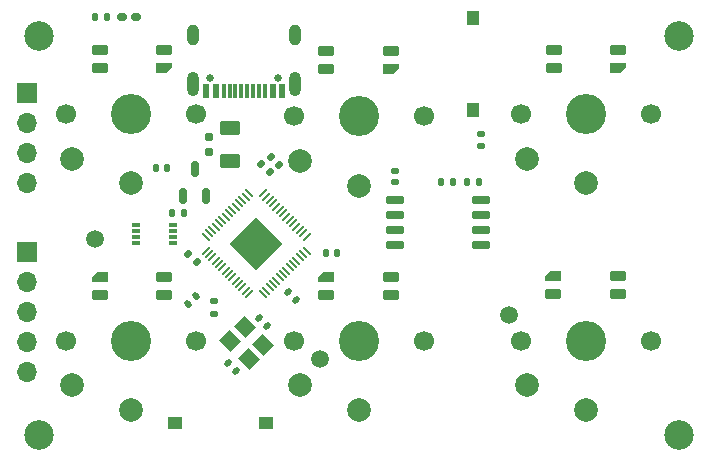
<source format=gbs>
G04 #@! TF.GenerationSoftware,KiCad,Pcbnew,(7.0.0)*
G04 #@! TF.CreationDate,2023-09-09T12:15:39-05:00*
G04 #@! TF.ProjectId,6_key_macro_pad_V1,365f6b65-795f-46d6-9163-726f5f706164,rev?*
G04 #@! TF.SameCoordinates,Original*
G04 #@! TF.FileFunction,Soldermask,Bot*
G04 #@! TF.FilePolarity,Negative*
%FSLAX46Y46*%
G04 Gerber Fmt 4.6, Leading zero omitted, Abs format (unit mm)*
G04 Created by KiCad (PCBNEW (7.0.0)) date 2023-09-09 12:15:39*
%MOMM*%
%LPD*%
G01*
G04 APERTURE LIST*
G04 Aperture macros list*
%AMRoundRect*
0 Rectangle with rounded corners*
0 $1 Rounding radius*
0 $2 $3 $4 $5 $6 $7 $8 $9 X,Y pos of 4 corners*
0 Add a 4 corners polygon primitive as box body*
4,1,4,$2,$3,$4,$5,$6,$7,$8,$9,$2,$3,0*
0 Add four circle primitives for the rounded corners*
1,1,$1+$1,$2,$3*
1,1,$1+$1,$4,$5*
1,1,$1+$1,$6,$7*
1,1,$1+$1,$8,$9*
0 Add four rect primitives between the rounded corners*
20,1,$1+$1,$2,$3,$4,$5,0*
20,1,$1+$1,$4,$5,$6,$7,0*
20,1,$1+$1,$6,$7,$8,$9,0*
20,1,$1+$1,$8,$9,$2,$3,0*%
%AMRotRect*
0 Rectangle, with rotation*
0 The origin of the aperture is its center*
0 $1 length*
0 $2 width*
0 $3 Rotation angle, in degrees counterclockwise*
0 Add horizontal line*
21,1,$1,$2,0,0,$3*%
%AMFreePoly0*
4,1,18,-0.410000,0.593000,-0.403758,0.624380,-0.385983,0.650983,-0.359380,0.668758,-0.328000,0.675000,0.328000,0.675000,0.359380,0.668758,0.385983,0.650983,0.403758,0.624380,0.410000,0.593000,0.410000,-0.593000,0.403758,-0.624380,0.385983,-0.650983,0.359380,-0.668758,0.328000,-0.675000,0.000000,-0.675000,-0.410000,-0.265000,-0.410000,0.593000,-0.410000,0.593000,$1*%
G04 Aperture macros list end*
%ADD10C,1.700000*%
%ADD11C,3.400000*%
%ADD12C,2.000000*%
%ADD13RoundRect,0.135000X0.135000X0.185000X-0.135000X0.185000X-0.135000X-0.185000X0.135000X-0.185000X0*%
%ADD14RoundRect,0.050000X0.309359X-0.238649X-0.238649X0.309359X-0.309359X0.238649X0.238649X-0.309359X0*%
%ADD15RoundRect,0.050000X0.309359X0.238649X0.238649X0.309359X-0.309359X-0.238649X-0.238649X-0.309359X0*%
%ADD16RotRect,3.200000X3.200000X135.000000*%
%ADD17RoundRect,0.082000X0.593000X-0.328000X0.593000X0.328000X-0.593000X0.328000X-0.593000X-0.328000X0*%
%ADD18FreePoly0,90.000000*%
%ADD19RoundRect,0.250000X-0.625000X0.375000X-0.625000X-0.375000X0.625000X-0.375000X0.625000X0.375000X0*%
%ADD20C,2.500000*%
%ADD21R,1.250000X1.000000*%
%ADD22R,1.000000X1.250000*%
%ADD23RoundRect,0.135000X0.185000X-0.135000X0.185000X0.135000X-0.185000X0.135000X-0.185000X-0.135000X0*%
%ADD24RoundRect,0.140000X-0.140000X-0.170000X0.140000X-0.170000X0.140000X0.170000X-0.140000X0.170000X0*%
%ADD25RoundRect,0.140000X0.170000X-0.140000X0.170000X0.140000X-0.170000X0.140000X-0.170000X-0.140000X0*%
%ADD26C,1.500000*%
%ADD27RoundRect,0.160000X-0.160000X0.197500X-0.160000X-0.197500X0.160000X-0.197500X0.160000X0.197500X0*%
%ADD28RoundRect,0.140000X-0.219203X-0.021213X-0.021213X-0.219203X0.219203X0.021213X0.021213X0.219203X0*%
%ADD29RotRect,1.400000X1.200000X135.000000*%
%ADD30RoundRect,0.140000X0.219203X0.021213X0.021213X0.219203X-0.219203X-0.021213X-0.021213X-0.219203X0*%
%ADD31RoundRect,0.135000X-0.135000X-0.185000X0.135000X-0.185000X0.135000X0.185000X-0.135000X0.185000X0*%
%ADD32R,1.700000X1.700000*%
%ADD33O,1.700000X1.700000*%
%ADD34C,0.650000*%
%ADD35R,0.600000X1.150000*%
%ADD36R,0.300000X1.150000*%
%ADD37O,1.000000X1.800000*%
%ADD38O,1.000000X2.100000*%
%ADD39RoundRect,0.135000X0.226274X0.035355X0.035355X0.226274X-0.226274X-0.035355X-0.035355X-0.226274X0*%
%ADD40RoundRect,0.135000X-0.185000X0.135000X-0.185000X-0.135000X0.185000X-0.135000X0.185000X0.135000X0*%
%ADD41RoundRect,0.160000X0.222500X0.160000X-0.222500X0.160000X-0.222500X-0.160000X0.222500X-0.160000X0*%
%ADD42RoundRect,0.140000X0.140000X0.170000X-0.140000X0.170000X-0.140000X-0.170000X0.140000X-0.170000X0*%
%ADD43RoundRect,0.082000X-0.593000X0.328000X-0.593000X-0.328000X0.593000X-0.328000X0.593000X0.328000X0*%
%ADD44FreePoly0,270.000000*%
%ADD45RoundRect,0.150000X0.650000X0.150000X-0.650000X0.150000X-0.650000X-0.150000X0.650000X-0.150000X0*%
%ADD46RoundRect,0.150000X0.150000X-0.512500X0.150000X0.512500X-0.150000X0.512500X-0.150000X-0.512500X0*%
%ADD47R,0.800000X0.300000*%
%ADD48RoundRect,0.140000X-0.021213X0.219203X-0.219203X0.021213X0.021213X-0.219203X0.219203X-0.021213X0*%
G04 APERTURE END LIST*
D10*
X181000000Y-98800000D03*
D11*
X186500000Y-98800000D03*
D10*
X192000000Y-98800000D03*
D12*
X181500000Y-102600000D03*
X186500000Y-104700000D03*
D10*
X200200000Y-98800000D03*
D11*
X205700000Y-98800000D03*
D10*
X211200000Y-98800000D03*
D12*
X200700000Y-102600000D03*
X205700000Y-104700000D03*
D10*
X161700000Y-98800000D03*
D11*
X167200000Y-98800000D03*
D10*
X172700000Y-98800000D03*
D12*
X162200000Y-102600000D03*
X167200000Y-104700000D03*
D10*
X181000000Y-79800000D03*
D11*
X186500000Y-79800000D03*
D10*
X192000000Y-79800000D03*
D12*
X181500000Y-83600000D03*
X186500000Y-85700000D03*
D10*
X161700000Y-79600000D03*
D11*
X167200000Y-79600000D03*
D10*
X172700000Y-79600000D03*
D12*
X162200000Y-83400000D03*
X167200000Y-85500000D03*
D10*
X200200000Y-79600000D03*
D11*
X205700000Y-79600000D03*
D10*
X211200000Y-79600000D03*
D12*
X200700000Y-83400000D03*
X205700000Y-85500000D03*
D13*
X196710000Y-85400000D03*
X195690000Y-85400000D03*
D14*
X182069157Y-91192202D03*
X181786314Y-91475045D03*
X181503472Y-91757887D03*
X181220629Y-92040730D03*
X180937786Y-92323573D03*
X180654944Y-92606415D03*
X180372101Y-92889258D03*
X180089258Y-93172101D03*
X179806415Y-93454944D03*
X179523573Y-93737786D03*
X179240730Y-94020629D03*
X178957887Y-94303472D03*
X178675045Y-94586314D03*
X178392202Y-94869157D03*
D15*
X177207798Y-94869157D03*
X176924955Y-94586314D03*
X176642113Y-94303472D03*
X176359270Y-94020629D03*
X176076427Y-93737786D03*
X175793585Y-93454944D03*
X175510742Y-93172101D03*
X175227899Y-92889258D03*
X174945056Y-92606415D03*
X174662214Y-92323573D03*
X174379371Y-92040730D03*
X174096528Y-91757887D03*
X173813686Y-91475045D03*
X173530843Y-91192202D03*
D14*
X173530843Y-90007798D03*
X173813686Y-89724955D03*
X174096528Y-89442113D03*
X174379371Y-89159270D03*
X174662214Y-88876427D03*
X174945056Y-88593585D03*
X175227899Y-88310742D03*
X175510742Y-88027899D03*
X175793585Y-87745056D03*
X176076427Y-87462214D03*
X176359270Y-87179371D03*
X176642113Y-86896528D03*
X176924955Y-86613686D03*
X177207798Y-86330843D03*
D15*
X178392202Y-86330843D03*
X178675045Y-86613686D03*
X178957887Y-86896528D03*
X179240730Y-87179371D03*
X179523573Y-87462214D03*
X179806415Y-87745056D03*
X180089258Y-88027899D03*
X180372101Y-88310742D03*
X180654944Y-88593585D03*
X180937786Y-88876427D03*
X181220629Y-89159270D03*
X181503472Y-89442113D03*
X181786314Y-89724955D03*
X182069157Y-90007798D03*
D16*
X177799999Y-90599999D03*
D13*
X194510000Y-85400000D03*
X193490000Y-85400000D03*
D17*
X183743585Y-74317444D03*
X183743585Y-75817444D03*
X189193585Y-74317444D03*
D18*
X189193584Y-75817443D03*
D19*
X175600000Y-80800000D03*
X175600000Y-83600000D03*
D20*
X213593585Y-73017444D03*
D21*
X178674999Y-105799999D03*
X170924999Y-105799999D03*
D17*
X164543585Y-74217444D03*
X164543585Y-75717444D03*
X169993585Y-74217444D03*
D18*
X169993584Y-75717443D03*
D22*
X196199999Y-71524999D03*
X196199999Y-79274999D03*
D23*
X196800000Y-82310000D03*
X196800000Y-81290000D03*
D24*
X183720000Y-91400000D03*
X184680000Y-91400000D03*
D25*
X189600000Y-85400000D03*
X189600000Y-84440000D03*
D17*
X202993585Y-74217444D03*
X202993585Y-75717444D03*
X208443585Y-74217444D03*
D18*
X208443584Y-75717443D03*
D26*
X164200000Y-90200000D03*
D27*
X173800000Y-81600000D03*
X173800000Y-82795000D03*
D20*
X159393585Y-106817444D03*
D26*
X199200000Y-96600000D03*
D28*
X181139411Y-95339411D03*
X180460589Y-94660589D03*
D29*
X177176776Y-100378857D03*
X175621141Y-98823222D03*
X176823222Y-97621141D03*
X178378857Y-99176776D03*
D30*
X178739411Y-97539411D03*
X178060589Y-96860589D03*
D31*
X164180000Y-71400000D03*
X165200000Y-71400000D03*
D32*
X158399999Y-77799999D03*
D33*
X158399999Y-80339999D03*
X158399999Y-82879999D03*
X158399999Y-85419999D03*
D34*
X173910000Y-76605000D03*
X179690000Y-76605000D03*
D35*
X173599999Y-77679999D03*
X174399999Y-77679999D03*
D36*
X175549999Y-77679999D03*
X176549999Y-77679999D03*
X177049999Y-77679999D03*
X178049999Y-77679999D03*
D35*
X179199999Y-77679999D03*
X179999999Y-77679999D03*
X179999999Y-77679999D03*
X179199999Y-77679999D03*
D36*
X178549999Y-77679999D03*
X177549999Y-77679999D03*
X176049999Y-77679999D03*
X175049999Y-77679999D03*
D35*
X174399999Y-77679999D03*
X173599999Y-77679999D03*
D37*
X172479999Y-72924999D03*
D38*
X172479999Y-77104999D03*
D37*
X181119999Y-72924999D03*
D38*
X181119999Y-77104999D03*
D39*
X172760624Y-92160624D03*
X172039376Y-91439376D03*
D40*
X174200000Y-95490000D03*
X174200000Y-96510000D03*
D41*
X167600000Y-71400000D03*
X166455000Y-71400000D03*
D42*
X171680000Y-88000000D03*
X170720000Y-88000000D03*
D43*
X189193585Y-94917444D03*
X189193585Y-93417444D03*
X183743585Y-94917444D03*
D44*
X183743584Y-93417443D03*
D43*
X208418585Y-94867444D03*
X208418585Y-93367444D03*
X202968585Y-94867444D03*
D44*
X202968584Y-93367443D03*
D20*
X213593585Y-106817444D03*
D45*
X196800000Y-86895000D03*
X196800000Y-88165000D03*
X196800000Y-89435000D03*
X196800000Y-90705000D03*
X189600000Y-90705000D03*
X189600000Y-89435000D03*
X189600000Y-88165000D03*
X189600000Y-86895000D03*
D28*
X175460589Y-100660589D03*
X176139411Y-101339411D03*
D46*
X173550000Y-86537500D03*
X171650000Y-86537500D03*
X172600000Y-84262500D03*
D32*
X158399999Y-91324999D03*
D33*
X158399999Y-93864999D03*
X158399999Y-96404999D03*
X158399999Y-98944999D03*
X158399999Y-101484999D03*
D43*
X169993585Y-94917444D03*
X169993585Y-93417444D03*
X164543585Y-94917444D03*
D44*
X164543584Y-93417443D03*
D42*
X170280000Y-84200000D03*
X169320000Y-84200000D03*
D47*
X170749999Y-89049999D03*
X170749999Y-89549999D03*
X170749999Y-90049999D03*
X170749999Y-90549999D03*
X167649999Y-90549999D03*
X167649999Y-90049999D03*
X167649999Y-89549999D03*
X167649999Y-89049999D03*
D48*
X172739411Y-95060589D03*
X172060589Y-95739411D03*
D39*
X178960624Y-84560624D03*
X178239376Y-83839376D03*
D20*
X159393585Y-73017444D03*
D26*
X183200000Y-100400000D03*
D39*
X179760624Y-83960624D03*
X179039376Y-83239376D03*
M02*

</source>
